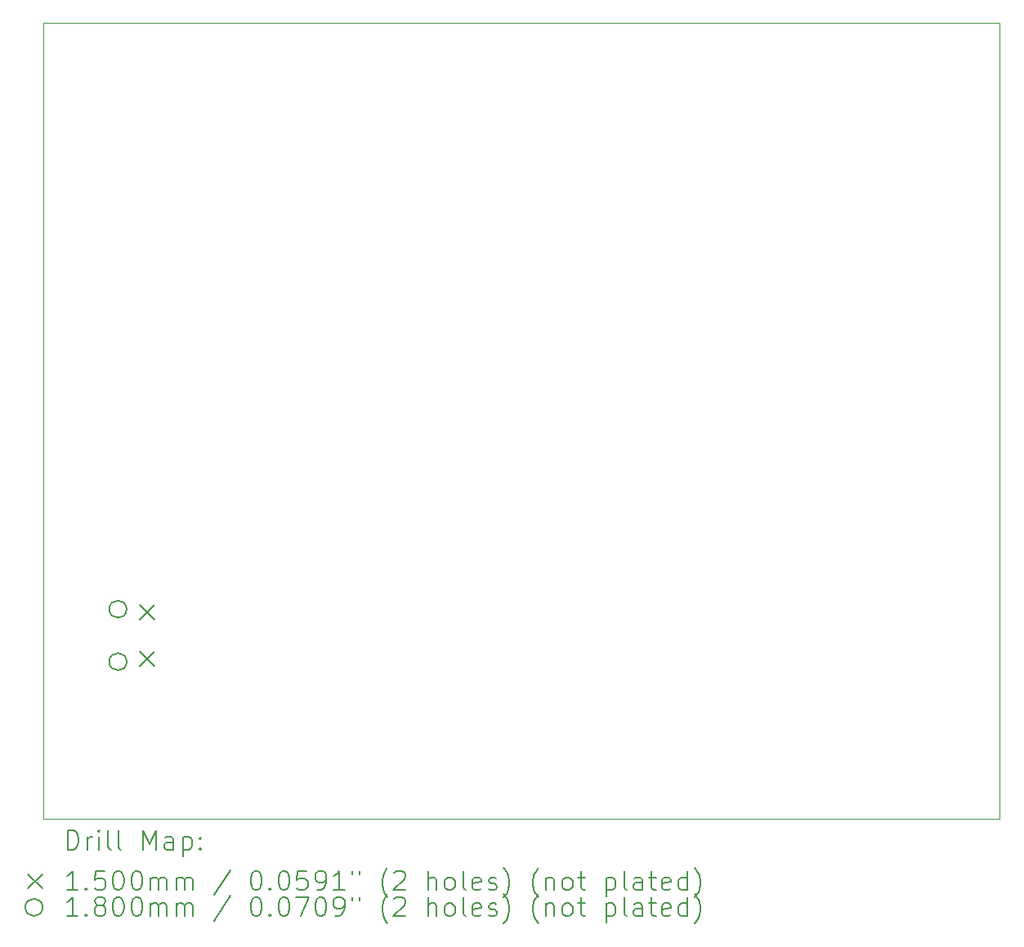
<source format=gbr>
%TF.GenerationSoftware,KiCad,Pcbnew,7.0.10*%
%TF.CreationDate,2024-07-18T14:32:02-06:00*%
%TF.ProjectId,Pressure-Controlled-Power-Outlet-control-PCB,50726573-7375-4726-952d-436f6e74726f,rev?*%
%TF.SameCoordinates,Original*%
%TF.FileFunction,Drillmap*%
%TF.FilePolarity,Positive*%
%FSLAX45Y45*%
G04 Gerber Fmt 4.5, Leading zero omitted, Abs format (unit mm)*
G04 Created by KiCad (PCBNEW 7.0.10) date 2024-07-18 14:32:02*
%MOMM*%
%LPD*%
G01*
G04 APERTURE LIST*
%ADD10C,0.100000*%
%ADD11C,0.200000*%
%ADD12C,0.150000*%
%ADD13C,0.180000*%
G04 APERTURE END LIST*
D10*
X8636000Y-6604000D02*
X18542000Y-6604000D01*
X18542000Y-14859000D01*
X8636000Y-14859000D01*
X8636000Y-6604000D01*
D11*
D12*
X9639000Y-12636500D02*
X9789000Y-12786500D01*
X9789000Y-12636500D02*
X9639000Y-12786500D01*
X9639000Y-13121500D02*
X9789000Y-13271500D01*
X9789000Y-13121500D02*
X9639000Y-13271500D01*
D13*
X9501000Y-12681500D02*
G75*
G03*
X9321000Y-12681500I-90000J0D01*
G01*
X9321000Y-12681500D02*
G75*
G03*
X9501000Y-12681500I90000J0D01*
G01*
X9501000Y-13226500D02*
G75*
G03*
X9321000Y-13226500I-90000J0D01*
G01*
X9321000Y-13226500D02*
G75*
G03*
X9501000Y-13226500I90000J0D01*
G01*
D11*
X8891777Y-15175484D02*
X8891777Y-14975484D01*
X8891777Y-14975484D02*
X8939396Y-14975484D01*
X8939396Y-14975484D02*
X8967967Y-14985008D01*
X8967967Y-14985008D02*
X8987015Y-15004055D01*
X8987015Y-15004055D02*
X8996539Y-15023103D01*
X8996539Y-15023103D02*
X9006063Y-15061198D01*
X9006063Y-15061198D02*
X9006063Y-15089769D01*
X9006063Y-15089769D02*
X8996539Y-15127865D01*
X8996539Y-15127865D02*
X8987015Y-15146912D01*
X8987015Y-15146912D02*
X8967967Y-15165960D01*
X8967967Y-15165960D02*
X8939396Y-15175484D01*
X8939396Y-15175484D02*
X8891777Y-15175484D01*
X9091777Y-15175484D02*
X9091777Y-15042150D01*
X9091777Y-15080246D02*
X9101301Y-15061198D01*
X9101301Y-15061198D02*
X9110824Y-15051674D01*
X9110824Y-15051674D02*
X9129872Y-15042150D01*
X9129872Y-15042150D02*
X9148920Y-15042150D01*
X9215586Y-15175484D02*
X9215586Y-15042150D01*
X9215586Y-14975484D02*
X9206063Y-14985008D01*
X9206063Y-14985008D02*
X9215586Y-14994531D01*
X9215586Y-14994531D02*
X9225110Y-14985008D01*
X9225110Y-14985008D02*
X9215586Y-14975484D01*
X9215586Y-14975484D02*
X9215586Y-14994531D01*
X9339396Y-15175484D02*
X9320348Y-15165960D01*
X9320348Y-15165960D02*
X9310824Y-15146912D01*
X9310824Y-15146912D02*
X9310824Y-14975484D01*
X9444158Y-15175484D02*
X9425110Y-15165960D01*
X9425110Y-15165960D02*
X9415586Y-15146912D01*
X9415586Y-15146912D02*
X9415586Y-14975484D01*
X9672729Y-15175484D02*
X9672729Y-14975484D01*
X9672729Y-14975484D02*
X9739396Y-15118341D01*
X9739396Y-15118341D02*
X9806063Y-14975484D01*
X9806063Y-14975484D02*
X9806063Y-15175484D01*
X9987015Y-15175484D02*
X9987015Y-15070722D01*
X9987015Y-15070722D02*
X9977491Y-15051674D01*
X9977491Y-15051674D02*
X9958444Y-15042150D01*
X9958444Y-15042150D02*
X9920348Y-15042150D01*
X9920348Y-15042150D02*
X9901301Y-15051674D01*
X9987015Y-15165960D02*
X9967967Y-15175484D01*
X9967967Y-15175484D02*
X9920348Y-15175484D01*
X9920348Y-15175484D02*
X9901301Y-15165960D01*
X9901301Y-15165960D02*
X9891777Y-15146912D01*
X9891777Y-15146912D02*
X9891777Y-15127865D01*
X9891777Y-15127865D02*
X9901301Y-15108817D01*
X9901301Y-15108817D02*
X9920348Y-15099293D01*
X9920348Y-15099293D02*
X9967967Y-15099293D01*
X9967967Y-15099293D02*
X9987015Y-15089769D01*
X10082253Y-15042150D02*
X10082253Y-15242150D01*
X10082253Y-15051674D02*
X10101301Y-15042150D01*
X10101301Y-15042150D02*
X10139396Y-15042150D01*
X10139396Y-15042150D02*
X10158444Y-15051674D01*
X10158444Y-15051674D02*
X10167967Y-15061198D01*
X10167967Y-15061198D02*
X10177491Y-15080246D01*
X10177491Y-15080246D02*
X10177491Y-15137388D01*
X10177491Y-15137388D02*
X10167967Y-15156436D01*
X10167967Y-15156436D02*
X10158444Y-15165960D01*
X10158444Y-15165960D02*
X10139396Y-15175484D01*
X10139396Y-15175484D02*
X10101301Y-15175484D01*
X10101301Y-15175484D02*
X10082253Y-15165960D01*
X10263205Y-15156436D02*
X10272729Y-15165960D01*
X10272729Y-15165960D02*
X10263205Y-15175484D01*
X10263205Y-15175484D02*
X10253682Y-15165960D01*
X10253682Y-15165960D02*
X10263205Y-15156436D01*
X10263205Y-15156436D02*
X10263205Y-15175484D01*
X10263205Y-15051674D02*
X10272729Y-15061198D01*
X10272729Y-15061198D02*
X10263205Y-15070722D01*
X10263205Y-15070722D02*
X10253682Y-15061198D01*
X10253682Y-15061198D02*
X10263205Y-15051674D01*
X10263205Y-15051674D02*
X10263205Y-15070722D01*
D12*
X8481000Y-15429000D02*
X8631000Y-15579000D01*
X8631000Y-15429000D02*
X8481000Y-15579000D01*
D11*
X8996539Y-15595484D02*
X8882253Y-15595484D01*
X8939396Y-15595484D02*
X8939396Y-15395484D01*
X8939396Y-15395484D02*
X8920348Y-15424055D01*
X8920348Y-15424055D02*
X8901301Y-15443103D01*
X8901301Y-15443103D02*
X8882253Y-15452627D01*
X9082253Y-15576436D02*
X9091777Y-15585960D01*
X9091777Y-15585960D02*
X9082253Y-15595484D01*
X9082253Y-15595484D02*
X9072729Y-15585960D01*
X9072729Y-15585960D02*
X9082253Y-15576436D01*
X9082253Y-15576436D02*
X9082253Y-15595484D01*
X9272729Y-15395484D02*
X9177491Y-15395484D01*
X9177491Y-15395484D02*
X9167967Y-15490722D01*
X9167967Y-15490722D02*
X9177491Y-15481198D01*
X9177491Y-15481198D02*
X9196539Y-15471674D01*
X9196539Y-15471674D02*
X9244158Y-15471674D01*
X9244158Y-15471674D02*
X9263205Y-15481198D01*
X9263205Y-15481198D02*
X9272729Y-15490722D01*
X9272729Y-15490722D02*
X9282253Y-15509769D01*
X9282253Y-15509769D02*
X9282253Y-15557388D01*
X9282253Y-15557388D02*
X9272729Y-15576436D01*
X9272729Y-15576436D02*
X9263205Y-15585960D01*
X9263205Y-15585960D02*
X9244158Y-15595484D01*
X9244158Y-15595484D02*
X9196539Y-15595484D01*
X9196539Y-15595484D02*
X9177491Y-15585960D01*
X9177491Y-15585960D02*
X9167967Y-15576436D01*
X9406063Y-15395484D02*
X9425110Y-15395484D01*
X9425110Y-15395484D02*
X9444158Y-15405008D01*
X9444158Y-15405008D02*
X9453682Y-15414531D01*
X9453682Y-15414531D02*
X9463205Y-15433579D01*
X9463205Y-15433579D02*
X9472729Y-15471674D01*
X9472729Y-15471674D02*
X9472729Y-15519293D01*
X9472729Y-15519293D02*
X9463205Y-15557388D01*
X9463205Y-15557388D02*
X9453682Y-15576436D01*
X9453682Y-15576436D02*
X9444158Y-15585960D01*
X9444158Y-15585960D02*
X9425110Y-15595484D01*
X9425110Y-15595484D02*
X9406063Y-15595484D01*
X9406063Y-15595484D02*
X9387015Y-15585960D01*
X9387015Y-15585960D02*
X9377491Y-15576436D01*
X9377491Y-15576436D02*
X9367967Y-15557388D01*
X9367967Y-15557388D02*
X9358444Y-15519293D01*
X9358444Y-15519293D02*
X9358444Y-15471674D01*
X9358444Y-15471674D02*
X9367967Y-15433579D01*
X9367967Y-15433579D02*
X9377491Y-15414531D01*
X9377491Y-15414531D02*
X9387015Y-15405008D01*
X9387015Y-15405008D02*
X9406063Y-15395484D01*
X9596539Y-15395484D02*
X9615586Y-15395484D01*
X9615586Y-15395484D02*
X9634634Y-15405008D01*
X9634634Y-15405008D02*
X9644158Y-15414531D01*
X9644158Y-15414531D02*
X9653682Y-15433579D01*
X9653682Y-15433579D02*
X9663205Y-15471674D01*
X9663205Y-15471674D02*
X9663205Y-15519293D01*
X9663205Y-15519293D02*
X9653682Y-15557388D01*
X9653682Y-15557388D02*
X9644158Y-15576436D01*
X9644158Y-15576436D02*
X9634634Y-15585960D01*
X9634634Y-15585960D02*
X9615586Y-15595484D01*
X9615586Y-15595484D02*
X9596539Y-15595484D01*
X9596539Y-15595484D02*
X9577491Y-15585960D01*
X9577491Y-15585960D02*
X9567967Y-15576436D01*
X9567967Y-15576436D02*
X9558444Y-15557388D01*
X9558444Y-15557388D02*
X9548920Y-15519293D01*
X9548920Y-15519293D02*
X9548920Y-15471674D01*
X9548920Y-15471674D02*
X9558444Y-15433579D01*
X9558444Y-15433579D02*
X9567967Y-15414531D01*
X9567967Y-15414531D02*
X9577491Y-15405008D01*
X9577491Y-15405008D02*
X9596539Y-15395484D01*
X9748920Y-15595484D02*
X9748920Y-15462150D01*
X9748920Y-15481198D02*
X9758444Y-15471674D01*
X9758444Y-15471674D02*
X9777491Y-15462150D01*
X9777491Y-15462150D02*
X9806063Y-15462150D01*
X9806063Y-15462150D02*
X9825110Y-15471674D01*
X9825110Y-15471674D02*
X9834634Y-15490722D01*
X9834634Y-15490722D02*
X9834634Y-15595484D01*
X9834634Y-15490722D02*
X9844158Y-15471674D01*
X9844158Y-15471674D02*
X9863205Y-15462150D01*
X9863205Y-15462150D02*
X9891777Y-15462150D01*
X9891777Y-15462150D02*
X9910825Y-15471674D01*
X9910825Y-15471674D02*
X9920348Y-15490722D01*
X9920348Y-15490722D02*
X9920348Y-15595484D01*
X10015586Y-15595484D02*
X10015586Y-15462150D01*
X10015586Y-15481198D02*
X10025110Y-15471674D01*
X10025110Y-15471674D02*
X10044158Y-15462150D01*
X10044158Y-15462150D02*
X10072729Y-15462150D01*
X10072729Y-15462150D02*
X10091777Y-15471674D01*
X10091777Y-15471674D02*
X10101301Y-15490722D01*
X10101301Y-15490722D02*
X10101301Y-15595484D01*
X10101301Y-15490722D02*
X10110825Y-15471674D01*
X10110825Y-15471674D02*
X10129872Y-15462150D01*
X10129872Y-15462150D02*
X10158444Y-15462150D01*
X10158444Y-15462150D02*
X10177491Y-15471674D01*
X10177491Y-15471674D02*
X10187015Y-15490722D01*
X10187015Y-15490722D02*
X10187015Y-15595484D01*
X10577491Y-15385960D02*
X10406063Y-15643103D01*
X10834634Y-15395484D02*
X10853682Y-15395484D01*
X10853682Y-15395484D02*
X10872729Y-15405008D01*
X10872729Y-15405008D02*
X10882253Y-15414531D01*
X10882253Y-15414531D02*
X10891777Y-15433579D01*
X10891777Y-15433579D02*
X10901301Y-15471674D01*
X10901301Y-15471674D02*
X10901301Y-15519293D01*
X10901301Y-15519293D02*
X10891777Y-15557388D01*
X10891777Y-15557388D02*
X10882253Y-15576436D01*
X10882253Y-15576436D02*
X10872729Y-15585960D01*
X10872729Y-15585960D02*
X10853682Y-15595484D01*
X10853682Y-15595484D02*
X10834634Y-15595484D01*
X10834634Y-15595484D02*
X10815587Y-15585960D01*
X10815587Y-15585960D02*
X10806063Y-15576436D01*
X10806063Y-15576436D02*
X10796539Y-15557388D01*
X10796539Y-15557388D02*
X10787015Y-15519293D01*
X10787015Y-15519293D02*
X10787015Y-15471674D01*
X10787015Y-15471674D02*
X10796539Y-15433579D01*
X10796539Y-15433579D02*
X10806063Y-15414531D01*
X10806063Y-15414531D02*
X10815587Y-15405008D01*
X10815587Y-15405008D02*
X10834634Y-15395484D01*
X10987015Y-15576436D02*
X10996539Y-15585960D01*
X10996539Y-15585960D02*
X10987015Y-15595484D01*
X10987015Y-15595484D02*
X10977491Y-15585960D01*
X10977491Y-15585960D02*
X10987015Y-15576436D01*
X10987015Y-15576436D02*
X10987015Y-15595484D01*
X11120348Y-15395484D02*
X11139396Y-15395484D01*
X11139396Y-15395484D02*
X11158444Y-15405008D01*
X11158444Y-15405008D02*
X11167968Y-15414531D01*
X11167968Y-15414531D02*
X11177491Y-15433579D01*
X11177491Y-15433579D02*
X11187015Y-15471674D01*
X11187015Y-15471674D02*
X11187015Y-15519293D01*
X11187015Y-15519293D02*
X11177491Y-15557388D01*
X11177491Y-15557388D02*
X11167968Y-15576436D01*
X11167968Y-15576436D02*
X11158444Y-15585960D01*
X11158444Y-15585960D02*
X11139396Y-15595484D01*
X11139396Y-15595484D02*
X11120348Y-15595484D01*
X11120348Y-15595484D02*
X11101301Y-15585960D01*
X11101301Y-15585960D02*
X11091777Y-15576436D01*
X11091777Y-15576436D02*
X11082253Y-15557388D01*
X11082253Y-15557388D02*
X11072729Y-15519293D01*
X11072729Y-15519293D02*
X11072729Y-15471674D01*
X11072729Y-15471674D02*
X11082253Y-15433579D01*
X11082253Y-15433579D02*
X11091777Y-15414531D01*
X11091777Y-15414531D02*
X11101301Y-15405008D01*
X11101301Y-15405008D02*
X11120348Y-15395484D01*
X11367967Y-15395484D02*
X11272729Y-15395484D01*
X11272729Y-15395484D02*
X11263206Y-15490722D01*
X11263206Y-15490722D02*
X11272729Y-15481198D01*
X11272729Y-15481198D02*
X11291777Y-15471674D01*
X11291777Y-15471674D02*
X11339396Y-15471674D01*
X11339396Y-15471674D02*
X11358444Y-15481198D01*
X11358444Y-15481198D02*
X11367967Y-15490722D01*
X11367967Y-15490722D02*
X11377491Y-15509769D01*
X11377491Y-15509769D02*
X11377491Y-15557388D01*
X11377491Y-15557388D02*
X11367967Y-15576436D01*
X11367967Y-15576436D02*
X11358444Y-15585960D01*
X11358444Y-15585960D02*
X11339396Y-15595484D01*
X11339396Y-15595484D02*
X11291777Y-15595484D01*
X11291777Y-15595484D02*
X11272729Y-15585960D01*
X11272729Y-15585960D02*
X11263206Y-15576436D01*
X11472729Y-15595484D02*
X11510825Y-15595484D01*
X11510825Y-15595484D02*
X11529872Y-15585960D01*
X11529872Y-15585960D02*
X11539396Y-15576436D01*
X11539396Y-15576436D02*
X11558444Y-15547865D01*
X11558444Y-15547865D02*
X11567967Y-15509769D01*
X11567967Y-15509769D02*
X11567967Y-15433579D01*
X11567967Y-15433579D02*
X11558444Y-15414531D01*
X11558444Y-15414531D02*
X11548920Y-15405008D01*
X11548920Y-15405008D02*
X11529872Y-15395484D01*
X11529872Y-15395484D02*
X11491777Y-15395484D01*
X11491777Y-15395484D02*
X11472729Y-15405008D01*
X11472729Y-15405008D02*
X11463206Y-15414531D01*
X11463206Y-15414531D02*
X11453682Y-15433579D01*
X11453682Y-15433579D02*
X11453682Y-15481198D01*
X11453682Y-15481198D02*
X11463206Y-15500246D01*
X11463206Y-15500246D02*
X11472729Y-15509769D01*
X11472729Y-15509769D02*
X11491777Y-15519293D01*
X11491777Y-15519293D02*
X11529872Y-15519293D01*
X11529872Y-15519293D02*
X11548920Y-15509769D01*
X11548920Y-15509769D02*
X11558444Y-15500246D01*
X11558444Y-15500246D02*
X11567967Y-15481198D01*
X11758444Y-15595484D02*
X11644158Y-15595484D01*
X11701301Y-15595484D02*
X11701301Y-15395484D01*
X11701301Y-15395484D02*
X11682253Y-15424055D01*
X11682253Y-15424055D02*
X11663206Y-15443103D01*
X11663206Y-15443103D02*
X11644158Y-15452627D01*
X11834634Y-15395484D02*
X11834634Y-15433579D01*
X11910825Y-15395484D02*
X11910825Y-15433579D01*
X12206063Y-15671674D02*
X12196539Y-15662150D01*
X12196539Y-15662150D02*
X12177491Y-15633579D01*
X12177491Y-15633579D02*
X12167968Y-15614531D01*
X12167968Y-15614531D02*
X12158444Y-15585960D01*
X12158444Y-15585960D02*
X12148920Y-15538341D01*
X12148920Y-15538341D02*
X12148920Y-15500246D01*
X12148920Y-15500246D02*
X12158444Y-15452627D01*
X12158444Y-15452627D02*
X12167968Y-15424055D01*
X12167968Y-15424055D02*
X12177491Y-15405008D01*
X12177491Y-15405008D02*
X12196539Y-15376436D01*
X12196539Y-15376436D02*
X12206063Y-15366912D01*
X12272729Y-15414531D02*
X12282253Y-15405008D01*
X12282253Y-15405008D02*
X12301301Y-15395484D01*
X12301301Y-15395484D02*
X12348920Y-15395484D01*
X12348920Y-15395484D02*
X12367968Y-15405008D01*
X12367968Y-15405008D02*
X12377491Y-15414531D01*
X12377491Y-15414531D02*
X12387015Y-15433579D01*
X12387015Y-15433579D02*
X12387015Y-15452627D01*
X12387015Y-15452627D02*
X12377491Y-15481198D01*
X12377491Y-15481198D02*
X12263206Y-15595484D01*
X12263206Y-15595484D02*
X12387015Y-15595484D01*
X12625110Y-15595484D02*
X12625110Y-15395484D01*
X12710825Y-15595484D02*
X12710825Y-15490722D01*
X12710825Y-15490722D02*
X12701301Y-15471674D01*
X12701301Y-15471674D02*
X12682253Y-15462150D01*
X12682253Y-15462150D02*
X12653682Y-15462150D01*
X12653682Y-15462150D02*
X12634634Y-15471674D01*
X12634634Y-15471674D02*
X12625110Y-15481198D01*
X12834634Y-15595484D02*
X12815587Y-15585960D01*
X12815587Y-15585960D02*
X12806063Y-15576436D01*
X12806063Y-15576436D02*
X12796539Y-15557388D01*
X12796539Y-15557388D02*
X12796539Y-15500246D01*
X12796539Y-15500246D02*
X12806063Y-15481198D01*
X12806063Y-15481198D02*
X12815587Y-15471674D01*
X12815587Y-15471674D02*
X12834634Y-15462150D01*
X12834634Y-15462150D02*
X12863206Y-15462150D01*
X12863206Y-15462150D02*
X12882253Y-15471674D01*
X12882253Y-15471674D02*
X12891777Y-15481198D01*
X12891777Y-15481198D02*
X12901301Y-15500246D01*
X12901301Y-15500246D02*
X12901301Y-15557388D01*
X12901301Y-15557388D02*
X12891777Y-15576436D01*
X12891777Y-15576436D02*
X12882253Y-15585960D01*
X12882253Y-15585960D02*
X12863206Y-15595484D01*
X12863206Y-15595484D02*
X12834634Y-15595484D01*
X13015587Y-15595484D02*
X12996539Y-15585960D01*
X12996539Y-15585960D02*
X12987015Y-15566912D01*
X12987015Y-15566912D02*
X12987015Y-15395484D01*
X13167968Y-15585960D02*
X13148920Y-15595484D01*
X13148920Y-15595484D02*
X13110825Y-15595484D01*
X13110825Y-15595484D02*
X13091777Y-15585960D01*
X13091777Y-15585960D02*
X13082253Y-15566912D01*
X13082253Y-15566912D02*
X13082253Y-15490722D01*
X13082253Y-15490722D02*
X13091777Y-15471674D01*
X13091777Y-15471674D02*
X13110825Y-15462150D01*
X13110825Y-15462150D02*
X13148920Y-15462150D01*
X13148920Y-15462150D02*
X13167968Y-15471674D01*
X13167968Y-15471674D02*
X13177491Y-15490722D01*
X13177491Y-15490722D02*
X13177491Y-15509769D01*
X13177491Y-15509769D02*
X13082253Y-15528817D01*
X13253682Y-15585960D02*
X13272730Y-15595484D01*
X13272730Y-15595484D02*
X13310825Y-15595484D01*
X13310825Y-15595484D02*
X13329872Y-15585960D01*
X13329872Y-15585960D02*
X13339396Y-15566912D01*
X13339396Y-15566912D02*
X13339396Y-15557388D01*
X13339396Y-15557388D02*
X13329872Y-15538341D01*
X13329872Y-15538341D02*
X13310825Y-15528817D01*
X13310825Y-15528817D02*
X13282253Y-15528817D01*
X13282253Y-15528817D02*
X13263206Y-15519293D01*
X13263206Y-15519293D02*
X13253682Y-15500246D01*
X13253682Y-15500246D02*
X13253682Y-15490722D01*
X13253682Y-15490722D02*
X13263206Y-15471674D01*
X13263206Y-15471674D02*
X13282253Y-15462150D01*
X13282253Y-15462150D02*
X13310825Y-15462150D01*
X13310825Y-15462150D02*
X13329872Y-15471674D01*
X13406063Y-15671674D02*
X13415587Y-15662150D01*
X13415587Y-15662150D02*
X13434634Y-15633579D01*
X13434634Y-15633579D02*
X13444158Y-15614531D01*
X13444158Y-15614531D02*
X13453682Y-15585960D01*
X13453682Y-15585960D02*
X13463206Y-15538341D01*
X13463206Y-15538341D02*
X13463206Y-15500246D01*
X13463206Y-15500246D02*
X13453682Y-15452627D01*
X13453682Y-15452627D02*
X13444158Y-15424055D01*
X13444158Y-15424055D02*
X13434634Y-15405008D01*
X13434634Y-15405008D02*
X13415587Y-15376436D01*
X13415587Y-15376436D02*
X13406063Y-15366912D01*
X13767968Y-15671674D02*
X13758444Y-15662150D01*
X13758444Y-15662150D02*
X13739396Y-15633579D01*
X13739396Y-15633579D02*
X13729872Y-15614531D01*
X13729872Y-15614531D02*
X13720349Y-15585960D01*
X13720349Y-15585960D02*
X13710825Y-15538341D01*
X13710825Y-15538341D02*
X13710825Y-15500246D01*
X13710825Y-15500246D02*
X13720349Y-15452627D01*
X13720349Y-15452627D02*
X13729872Y-15424055D01*
X13729872Y-15424055D02*
X13739396Y-15405008D01*
X13739396Y-15405008D02*
X13758444Y-15376436D01*
X13758444Y-15376436D02*
X13767968Y-15366912D01*
X13844158Y-15462150D02*
X13844158Y-15595484D01*
X13844158Y-15481198D02*
X13853682Y-15471674D01*
X13853682Y-15471674D02*
X13872730Y-15462150D01*
X13872730Y-15462150D02*
X13901301Y-15462150D01*
X13901301Y-15462150D02*
X13920349Y-15471674D01*
X13920349Y-15471674D02*
X13929872Y-15490722D01*
X13929872Y-15490722D02*
X13929872Y-15595484D01*
X14053682Y-15595484D02*
X14034634Y-15585960D01*
X14034634Y-15585960D02*
X14025111Y-15576436D01*
X14025111Y-15576436D02*
X14015587Y-15557388D01*
X14015587Y-15557388D02*
X14015587Y-15500246D01*
X14015587Y-15500246D02*
X14025111Y-15481198D01*
X14025111Y-15481198D02*
X14034634Y-15471674D01*
X14034634Y-15471674D02*
X14053682Y-15462150D01*
X14053682Y-15462150D02*
X14082253Y-15462150D01*
X14082253Y-15462150D02*
X14101301Y-15471674D01*
X14101301Y-15471674D02*
X14110825Y-15481198D01*
X14110825Y-15481198D02*
X14120349Y-15500246D01*
X14120349Y-15500246D02*
X14120349Y-15557388D01*
X14120349Y-15557388D02*
X14110825Y-15576436D01*
X14110825Y-15576436D02*
X14101301Y-15585960D01*
X14101301Y-15585960D02*
X14082253Y-15595484D01*
X14082253Y-15595484D02*
X14053682Y-15595484D01*
X14177492Y-15462150D02*
X14253682Y-15462150D01*
X14206063Y-15395484D02*
X14206063Y-15566912D01*
X14206063Y-15566912D02*
X14215587Y-15585960D01*
X14215587Y-15585960D02*
X14234634Y-15595484D01*
X14234634Y-15595484D02*
X14253682Y-15595484D01*
X14472730Y-15462150D02*
X14472730Y-15662150D01*
X14472730Y-15471674D02*
X14491777Y-15462150D01*
X14491777Y-15462150D02*
X14529873Y-15462150D01*
X14529873Y-15462150D02*
X14548920Y-15471674D01*
X14548920Y-15471674D02*
X14558444Y-15481198D01*
X14558444Y-15481198D02*
X14567968Y-15500246D01*
X14567968Y-15500246D02*
X14567968Y-15557388D01*
X14567968Y-15557388D02*
X14558444Y-15576436D01*
X14558444Y-15576436D02*
X14548920Y-15585960D01*
X14548920Y-15585960D02*
X14529873Y-15595484D01*
X14529873Y-15595484D02*
X14491777Y-15595484D01*
X14491777Y-15595484D02*
X14472730Y-15585960D01*
X14682253Y-15595484D02*
X14663206Y-15585960D01*
X14663206Y-15585960D02*
X14653682Y-15566912D01*
X14653682Y-15566912D02*
X14653682Y-15395484D01*
X14844158Y-15595484D02*
X14844158Y-15490722D01*
X14844158Y-15490722D02*
X14834634Y-15471674D01*
X14834634Y-15471674D02*
X14815587Y-15462150D01*
X14815587Y-15462150D02*
X14777492Y-15462150D01*
X14777492Y-15462150D02*
X14758444Y-15471674D01*
X14844158Y-15585960D02*
X14825111Y-15595484D01*
X14825111Y-15595484D02*
X14777492Y-15595484D01*
X14777492Y-15595484D02*
X14758444Y-15585960D01*
X14758444Y-15585960D02*
X14748920Y-15566912D01*
X14748920Y-15566912D02*
X14748920Y-15547865D01*
X14748920Y-15547865D02*
X14758444Y-15528817D01*
X14758444Y-15528817D02*
X14777492Y-15519293D01*
X14777492Y-15519293D02*
X14825111Y-15519293D01*
X14825111Y-15519293D02*
X14844158Y-15509769D01*
X14910825Y-15462150D02*
X14987015Y-15462150D01*
X14939396Y-15395484D02*
X14939396Y-15566912D01*
X14939396Y-15566912D02*
X14948920Y-15585960D01*
X14948920Y-15585960D02*
X14967968Y-15595484D01*
X14967968Y-15595484D02*
X14987015Y-15595484D01*
X15129873Y-15585960D02*
X15110825Y-15595484D01*
X15110825Y-15595484D02*
X15072730Y-15595484D01*
X15072730Y-15595484D02*
X15053682Y-15585960D01*
X15053682Y-15585960D02*
X15044158Y-15566912D01*
X15044158Y-15566912D02*
X15044158Y-15490722D01*
X15044158Y-15490722D02*
X15053682Y-15471674D01*
X15053682Y-15471674D02*
X15072730Y-15462150D01*
X15072730Y-15462150D02*
X15110825Y-15462150D01*
X15110825Y-15462150D02*
X15129873Y-15471674D01*
X15129873Y-15471674D02*
X15139396Y-15490722D01*
X15139396Y-15490722D02*
X15139396Y-15509769D01*
X15139396Y-15509769D02*
X15044158Y-15528817D01*
X15310825Y-15595484D02*
X15310825Y-15395484D01*
X15310825Y-15585960D02*
X15291777Y-15595484D01*
X15291777Y-15595484D02*
X15253682Y-15595484D01*
X15253682Y-15595484D02*
X15234634Y-15585960D01*
X15234634Y-15585960D02*
X15225111Y-15576436D01*
X15225111Y-15576436D02*
X15215587Y-15557388D01*
X15215587Y-15557388D02*
X15215587Y-15500246D01*
X15215587Y-15500246D02*
X15225111Y-15481198D01*
X15225111Y-15481198D02*
X15234634Y-15471674D01*
X15234634Y-15471674D02*
X15253682Y-15462150D01*
X15253682Y-15462150D02*
X15291777Y-15462150D01*
X15291777Y-15462150D02*
X15310825Y-15471674D01*
X15387015Y-15671674D02*
X15396539Y-15662150D01*
X15396539Y-15662150D02*
X15415587Y-15633579D01*
X15415587Y-15633579D02*
X15425111Y-15614531D01*
X15425111Y-15614531D02*
X15434634Y-15585960D01*
X15434634Y-15585960D02*
X15444158Y-15538341D01*
X15444158Y-15538341D02*
X15444158Y-15500246D01*
X15444158Y-15500246D02*
X15434634Y-15452627D01*
X15434634Y-15452627D02*
X15425111Y-15424055D01*
X15425111Y-15424055D02*
X15415587Y-15405008D01*
X15415587Y-15405008D02*
X15396539Y-15376436D01*
X15396539Y-15376436D02*
X15387015Y-15366912D01*
D13*
X8631000Y-15774000D02*
G75*
G03*
X8451000Y-15774000I-90000J0D01*
G01*
X8451000Y-15774000D02*
G75*
G03*
X8631000Y-15774000I90000J0D01*
G01*
D11*
X8996539Y-15865484D02*
X8882253Y-15865484D01*
X8939396Y-15865484D02*
X8939396Y-15665484D01*
X8939396Y-15665484D02*
X8920348Y-15694055D01*
X8920348Y-15694055D02*
X8901301Y-15713103D01*
X8901301Y-15713103D02*
X8882253Y-15722627D01*
X9082253Y-15846436D02*
X9091777Y-15855960D01*
X9091777Y-15855960D02*
X9082253Y-15865484D01*
X9082253Y-15865484D02*
X9072729Y-15855960D01*
X9072729Y-15855960D02*
X9082253Y-15846436D01*
X9082253Y-15846436D02*
X9082253Y-15865484D01*
X9206063Y-15751198D02*
X9187015Y-15741674D01*
X9187015Y-15741674D02*
X9177491Y-15732150D01*
X9177491Y-15732150D02*
X9167967Y-15713103D01*
X9167967Y-15713103D02*
X9167967Y-15703579D01*
X9167967Y-15703579D02*
X9177491Y-15684531D01*
X9177491Y-15684531D02*
X9187015Y-15675008D01*
X9187015Y-15675008D02*
X9206063Y-15665484D01*
X9206063Y-15665484D02*
X9244158Y-15665484D01*
X9244158Y-15665484D02*
X9263205Y-15675008D01*
X9263205Y-15675008D02*
X9272729Y-15684531D01*
X9272729Y-15684531D02*
X9282253Y-15703579D01*
X9282253Y-15703579D02*
X9282253Y-15713103D01*
X9282253Y-15713103D02*
X9272729Y-15732150D01*
X9272729Y-15732150D02*
X9263205Y-15741674D01*
X9263205Y-15741674D02*
X9244158Y-15751198D01*
X9244158Y-15751198D02*
X9206063Y-15751198D01*
X9206063Y-15751198D02*
X9187015Y-15760722D01*
X9187015Y-15760722D02*
X9177491Y-15770246D01*
X9177491Y-15770246D02*
X9167967Y-15789293D01*
X9167967Y-15789293D02*
X9167967Y-15827388D01*
X9167967Y-15827388D02*
X9177491Y-15846436D01*
X9177491Y-15846436D02*
X9187015Y-15855960D01*
X9187015Y-15855960D02*
X9206063Y-15865484D01*
X9206063Y-15865484D02*
X9244158Y-15865484D01*
X9244158Y-15865484D02*
X9263205Y-15855960D01*
X9263205Y-15855960D02*
X9272729Y-15846436D01*
X9272729Y-15846436D02*
X9282253Y-15827388D01*
X9282253Y-15827388D02*
X9282253Y-15789293D01*
X9282253Y-15789293D02*
X9272729Y-15770246D01*
X9272729Y-15770246D02*
X9263205Y-15760722D01*
X9263205Y-15760722D02*
X9244158Y-15751198D01*
X9406063Y-15665484D02*
X9425110Y-15665484D01*
X9425110Y-15665484D02*
X9444158Y-15675008D01*
X9444158Y-15675008D02*
X9453682Y-15684531D01*
X9453682Y-15684531D02*
X9463205Y-15703579D01*
X9463205Y-15703579D02*
X9472729Y-15741674D01*
X9472729Y-15741674D02*
X9472729Y-15789293D01*
X9472729Y-15789293D02*
X9463205Y-15827388D01*
X9463205Y-15827388D02*
X9453682Y-15846436D01*
X9453682Y-15846436D02*
X9444158Y-15855960D01*
X9444158Y-15855960D02*
X9425110Y-15865484D01*
X9425110Y-15865484D02*
X9406063Y-15865484D01*
X9406063Y-15865484D02*
X9387015Y-15855960D01*
X9387015Y-15855960D02*
X9377491Y-15846436D01*
X9377491Y-15846436D02*
X9367967Y-15827388D01*
X9367967Y-15827388D02*
X9358444Y-15789293D01*
X9358444Y-15789293D02*
X9358444Y-15741674D01*
X9358444Y-15741674D02*
X9367967Y-15703579D01*
X9367967Y-15703579D02*
X9377491Y-15684531D01*
X9377491Y-15684531D02*
X9387015Y-15675008D01*
X9387015Y-15675008D02*
X9406063Y-15665484D01*
X9596539Y-15665484D02*
X9615586Y-15665484D01*
X9615586Y-15665484D02*
X9634634Y-15675008D01*
X9634634Y-15675008D02*
X9644158Y-15684531D01*
X9644158Y-15684531D02*
X9653682Y-15703579D01*
X9653682Y-15703579D02*
X9663205Y-15741674D01*
X9663205Y-15741674D02*
X9663205Y-15789293D01*
X9663205Y-15789293D02*
X9653682Y-15827388D01*
X9653682Y-15827388D02*
X9644158Y-15846436D01*
X9644158Y-15846436D02*
X9634634Y-15855960D01*
X9634634Y-15855960D02*
X9615586Y-15865484D01*
X9615586Y-15865484D02*
X9596539Y-15865484D01*
X9596539Y-15865484D02*
X9577491Y-15855960D01*
X9577491Y-15855960D02*
X9567967Y-15846436D01*
X9567967Y-15846436D02*
X9558444Y-15827388D01*
X9558444Y-15827388D02*
X9548920Y-15789293D01*
X9548920Y-15789293D02*
X9548920Y-15741674D01*
X9548920Y-15741674D02*
X9558444Y-15703579D01*
X9558444Y-15703579D02*
X9567967Y-15684531D01*
X9567967Y-15684531D02*
X9577491Y-15675008D01*
X9577491Y-15675008D02*
X9596539Y-15665484D01*
X9748920Y-15865484D02*
X9748920Y-15732150D01*
X9748920Y-15751198D02*
X9758444Y-15741674D01*
X9758444Y-15741674D02*
X9777491Y-15732150D01*
X9777491Y-15732150D02*
X9806063Y-15732150D01*
X9806063Y-15732150D02*
X9825110Y-15741674D01*
X9825110Y-15741674D02*
X9834634Y-15760722D01*
X9834634Y-15760722D02*
X9834634Y-15865484D01*
X9834634Y-15760722D02*
X9844158Y-15741674D01*
X9844158Y-15741674D02*
X9863205Y-15732150D01*
X9863205Y-15732150D02*
X9891777Y-15732150D01*
X9891777Y-15732150D02*
X9910825Y-15741674D01*
X9910825Y-15741674D02*
X9920348Y-15760722D01*
X9920348Y-15760722D02*
X9920348Y-15865484D01*
X10015586Y-15865484D02*
X10015586Y-15732150D01*
X10015586Y-15751198D02*
X10025110Y-15741674D01*
X10025110Y-15741674D02*
X10044158Y-15732150D01*
X10044158Y-15732150D02*
X10072729Y-15732150D01*
X10072729Y-15732150D02*
X10091777Y-15741674D01*
X10091777Y-15741674D02*
X10101301Y-15760722D01*
X10101301Y-15760722D02*
X10101301Y-15865484D01*
X10101301Y-15760722D02*
X10110825Y-15741674D01*
X10110825Y-15741674D02*
X10129872Y-15732150D01*
X10129872Y-15732150D02*
X10158444Y-15732150D01*
X10158444Y-15732150D02*
X10177491Y-15741674D01*
X10177491Y-15741674D02*
X10187015Y-15760722D01*
X10187015Y-15760722D02*
X10187015Y-15865484D01*
X10577491Y-15655960D02*
X10406063Y-15913103D01*
X10834634Y-15665484D02*
X10853682Y-15665484D01*
X10853682Y-15665484D02*
X10872729Y-15675008D01*
X10872729Y-15675008D02*
X10882253Y-15684531D01*
X10882253Y-15684531D02*
X10891777Y-15703579D01*
X10891777Y-15703579D02*
X10901301Y-15741674D01*
X10901301Y-15741674D02*
X10901301Y-15789293D01*
X10901301Y-15789293D02*
X10891777Y-15827388D01*
X10891777Y-15827388D02*
X10882253Y-15846436D01*
X10882253Y-15846436D02*
X10872729Y-15855960D01*
X10872729Y-15855960D02*
X10853682Y-15865484D01*
X10853682Y-15865484D02*
X10834634Y-15865484D01*
X10834634Y-15865484D02*
X10815587Y-15855960D01*
X10815587Y-15855960D02*
X10806063Y-15846436D01*
X10806063Y-15846436D02*
X10796539Y-15827388D01*
X10796539Y-15827388D02*
X10787015Y-15789293D01*
X10787015Y-15789293D02*
X10787015Y-15741674D01*
X10787015Y-15741674D02*
X10796539Y-15703579D01*
X10796539Y-15703579D02*
X10806063Y-15684531D01*
X10806063Y-15684531D02*
X10815587Y-15675008D01*
X10815587Y-15675008D02*
X10834634Y-15665484D01*
X10987015Y-15846436D02*
X10996539Y-15855960D01*
X10996539Y-15855960D02*
X10987015Y-15865484D01*
X10987015Y-15865484D02*
X10977491Y-15855960D01*
X10977491Y-15855960D02*
X10987015Y-15846436D01*
X10987015Y-15846436D02*
X10987015Y-15865484D01*
X11120348Y-15665484D02*
X11139396Y-15665484D01*
X11139396Y-15665484D02*
X11158444Y-15675008D01*
X11158444Y-15675008D02*
X11167968Y-15684531D01*
X11167968Y-15684531D02*
X11177491Y-15703579D01*
X11177491Y-15703579D02*
X11187015Y-15741674D01*
X11187015Y-15741674D02*
X11187015Y-15789293D01*
X11187015Y-15789293D02*
X11177491Y-15827388D01*
X11177491Y-15827388D02*
X11167968Y-15846436D01*
X11167968Y-15846436D02*
X11158444Y-15855960D01*
X11158444Y-15855960D02*
X11139396Y-15865484D01*
X11139396Y-15865484D02*
X11120348Y-15865484D01*
X11120348Y-15865484D02*
X11101301Y-15855960D01*
X11101301Y-15855960D02*
X11091777Y-15846436D01*
X11091777Y-15846436D02*
X11082253Y-15827388D01*
X11082253Y-15827388D02*
X11072729Y-15789293D01*
X11072729Y-15789293D02*
X11072729Y-15741674D01*
X11072729Y-15741674D02*
X11082253Y-15703579D01*
X11082253Y-15703579D02*
X11091777Y-15684531D01*
X11091777Y-15684531D02*
X11101301Y-15675008D01*
X11101301Y-15675008D02*
X11120348Y-15665484D01*
X11253682Y-15665484D02*
X11387015Y-15665484D01*
X11387015Y-15665484D02*
X11301301Y-15865484D01*
X11501301Y-15665484D02*
X11520348Y-15665484D01*
X11520348Y-15665484D02*
X11539396Y-15675008D01*
X11539396Y-15675008D02*
X11548920Y-15684531D01*
X11548920Y-15684531D02*
X11558444Y-15703579D01*
X11558444Y-15703579D02*
X11567967Y-15741674D01*
X11567967Y-15741674D02*
X11567967Y-15789293D01*
X11567967Y-15789293D02*
X11558444Y-15827388D01*
X11558444Y-15827388D02*
X11548920Y-15846436D01*
X11548920Y-15846436D02*
X11539396Y-15855960D01*
X11539396Y-15855960D02*
X11520348Y-15865484D01*
X11520348Y-15865484D02*
X11501301Y-15865484D01*
X11501301Y-15865484D02*
X11482253Y-15855960D01*
X11482253Y-15855960D02*
X11472729Y-15846436D01*
X11472729Y-15846436D02*
X11463206Y-15827388D01*
X11463206Y-15827388D02*
X11453682Y-15789293D01*
X11453682Y-15789293D02*
X11453682Y-15741674D01*
X11453682Y-15741674D02*
X11463206Y-15703579D01*
X11463206Y-15703579D02*
X11472729Y-15684531D01*
X11472729Y-15684531D02*
X11482253Y-15675008D01*
X11482253Y-15675008D02*
X11501301Y-15665484D01*
X11663206Y-15865484D02*
X11701301Y-15865484D01*
X11701301Y-15865484D02*
X11720348Y-15855960D01*
X11720348Y-15855960D02*
X11729872Y-15846436D01*
X11729872Y-15846436D02*
X11748920Y-15817865D01*
X11748920Y-15817865D02*
X11758444Y-15779769D01*
X11758444Y-15779769D02*
X11758444Y-15703579D01*
X11758444Y-15703579D02*
X11748920Y-15684531D01*
X11748920Y-15684531D02*
X11739396Y-15675008D01*
X11739396Y-15675008D02*
X11720348Y-15665484D01*
X11720348Y-15665484D02*
X11682253Y-15665484D01*
X11682253Y-15665484D02*
X11663206Y-15675008D01*
X11663206Y-15675008D02*
X11653682Y-15684531D01*
X11653682Y-15684531D02*
X11644158Y-15703579D01*
X11644158Y-15703579D02*
X11644158Y-15751198D01*
X11644158Y-15751198D02*
X11653682Y-15770246D01*
X11653682Y-15770246D02*
X11663206Y-15779769D01*
X11663206Y-15779769D02*
X11682253Y-15789293D01*
X11682253Y-15789293D02*
X11720348Y-15789293D01*
X11720348Y-15789293D02*
X11739396Y-15779769D01*
X11739396Y-15779769D02*
X11748920Y-15770246D01*
X11748920Y-15770246D02*
X11758444Y-15751198D01*
X11834634Y-15665484D02*
X11834634Y-15703579D01*
X11910825Y-15665484D02*
X11910825Y-15703579D01*
X12206063Y-15941674D02*
X12196539Y-15932150D01*
X12196539Y-15932150D02*
X12177491Y-15903579D01*
X12177491Y-15903579D02*
X12167968Y-15884531D01*
X12167968Y-15884531D02*
X12158444Y-15855960D01*
X12158444Y-15855960D02*
X12148920Y-15808341D01*
X12148920Y-15808341D02*
X12148920Y-15770246D01*
X12148920Y-15770246D02*
X12158444Y-15722627D01*
X12158444Y-15722627D02*
X12167968Y-15694055D01*
X12167968Y-15694055D02*
X12177491Y-15675008D01*
X12177491Y-15675008D02*
X12196539Y-15646436D01*
X12196539Y-15646436D02*
X12206063Y-15636912D01*
X12272729Y-15684531D02*
X12282253Y-15675008D01*
X12282253Y-15675008D02*
X12301301Y-15665484D01*
X12301301Y-15665484D02*
X12348920Y-15665484D01*
X12348920Y-15665484D02*
X12367968Y-15675008D01*
X12367968Y-15675008D02*
X12377491Y-15684531D01*
X12377491Y-15684531D02*
X12387015Y-15703579D01*
X12387015Y-15703579D02*
X12387015Y-15722627D01*
X12387015Y-15722627D02*
X12377491Y-15751198D01*
X12377491Y-15751198D02*
X12263206Y-15865484D01*
X12263206Y-15865484D02*
X12387015Y-15865484D01*
X12625110Y-15865484D02*
X12625110Y-15665484D01*
X12710825Y-15865484D02*
X12710825Y-15760722D01*
X12710825Y-15760722D02*
X12701301Y-15741674D01*
X12701301Y-15741674D02*
X12682253Y-15732150D01*
X12682253Y-15732150D02*
X12653682Y-15732150D01*
X12653682Y-15732150D02*
X12634634Y-15741674D01*
X12634634Y-15741674D02*
X12625110Y-15751198D01*
X12834634Y-15865484D02*
X12815587Y-15855960D01*
X12815587Y-15855960D02*
X12806063Y-15846436D01*
X12806063Y-15846436D02*
X12796539Y-15827388D01*
X12796539Y-15827388D02*
X12796539Y-15770246D01*
X12796539Y-15770246D02*
X12806063Y-15751198D01*
X12806063Y-15751198D02*
X12815587Y-15741674D01*
X12815587Y-15741674D02*
X12834634Y-15732150D01*
X12834634Y-15732150D02*
X12863206Y-15732150D01*
X12863206Y-15732150D02*
X12882253Y-15741674D01*
X12882253Y-15741674D02*
X12891777Y-15751198D01*
X12891777Y-15751198D02*
X12901301Y-15770246D01*
X12901301Y-15770246D02*
X12901301Y-15827388D01*
X12901301Y-15827388D02*
X12891777Y-15846436D01*
X12891777Y-15846436D02*
X12882253Y-15855960D01*
X12882253Y-15855960D02*
X12863206Y-15865484D01*
X12863206Y-15865484D02*
X12834634Y-15865484D01*
X13015587Y-15865484D02*
X12996539Y-15855960D01*
X12996539Y-15855960D02*
X12987015Y-15836912D01*
X12987015Y-15836912D02*
X12987015Y-15665484D01*
X13167968Y-15855960D02*
X13148920Y-15865484D01*
X13148920Y-15865484D02*
X13110825Y-15865484D01*
X13110825Y-15865484D02*
X13091777Y-15855960D01*
X13091777Y-15855960D02*
X13082253Y-15836912D01*
X13082253Y-15836912D02*
X13082253Y-15760722D01*
X13082253Y-15760722D02*
X13091777Y-15741674D01*
X13091777Y-15741674D02*
X13110825Y-15732150D01*
X13110825Y-15732150D02*
X13148920Y-15732150D01*
X13148920Y-15732150D02*
X13167968Y-15741674D01*
X13167968Y-15741674D02*
X13177491Y-15760722D01*
X13177491Y-15760722D02*
X13177491Y-15779769D01*
X13177491Y-15779769D02*
X13082253Y-15798817D01*
X13253682Y-15855960D02*
X13272730Y-15865484D01*
X13272730Y-15865484D02*
X13310825Y-15865484D01*
X13310825Y-15865484D02*
X13329872Y-15855960D01*
X13329872Y-15855960D02*
X13339396Y-15836912D01*
X13339396Y-15836912D02*
X13339396Y-15827388D01*
X13339396Y-15827388D02*
X13329872Y-15808341D01*
X13329872Y-15808341D02*
X13310825Y-15798817D01*
X13310825Y-15798817D02*
X13282253Y-15798817D01*
X13282253Y-15798817D02*
X13263206Y-15789293D01*
X13263206Y-15789293D02*
X13253682Y-15770246D01*
X13253682Y-15770246D02*
X13253682Y-15760722D01*
X13253682Y-15760722D02*
X13263206Y-15741674D01*
X13263206Y-15741674D02*
X13282253Y-15732150D01*
X13282253Y-15732150D02*
X13310825Y-15732150D01*
X13310825Y-15732150D02*
X13329872Y-15741674D01*
X13406063Y-15941674D02*
X13415587Y-15932150D01*
X13415587Y-15932150D02*
X13434634Y-15903579D01*
X13434634Y-15903579D02*
X13444158Y-15884531D01*
X13444158Y-15884531D02*
X13453682Y-15855960D01*
X13453682Y-15855960D02*
X13463206Y-15808341D01*
X13463206Y-15808341D02*
X13463206Y-15770246D01*
X13463206Y-15770246D02*
X13453682Y-15722627D01*
X13453682Y-15722627D02*
X13444158Y-15694055D01*
X13444158Y-15694055D02*
X13434634Y-15675008D01*
X13434634Y-15675008D02*
X13415587Y-15646436D01*
X13415587Y-15646436D02*
X13406063Y-15636912D01*
X13767968Y-15941674D02*
X13758444Y-15932150D01*
X13758444Y-15932150D02*
X13739396Y-15903579D01*
X13739396Y-15903579D02*
X13729872Y-15884531D01*
X13729872Y-15884531D02*
X13720349Y-15855960D01*
X13720349Y-15855960D02*
X13710825Y-15808341D01*
X13710825Y-15808341D02*
X13710825Y-15770246D01*
X13710825Y-15770246D02*
X13720349Y-15722627D01*
X13720349Y-15722627D02*
X13729872Y-15694055D01*
X13729872Y-15694055D02*
X13739396Y-15675008D01*
X13739396Y-15675008D02*
X13758444Y-15646436D01*
X13758444Y-15646436D02*
X13767968Y-15636912D01*
X13844158Y-15732150D02*
X13844158Y-15865484D01*
X13844158Y-15751198D02*
X13853682Y-15741674D01*
X13853682Y-15741674D02*
X13872730Y-15732150D01*
X13872730Y-15732150D02*
X13901301Y-15732150D01*
X13901301Y-15732150D02*
X13920349Y-15741674D01*
X13920349Y-15741674D02*
X13929872Y-15760722D01*
X13929872Y-15760722D02*
X13929872Y-15865484D01*
X14053682Y-15865484D02*
X14034634Y-15855960D01*
X14034634Y-15855960D02*
X14025111Y-15846436D01*
X14025111Y-15846436D02*
X14015587Y-15827388D01*
X14015587Y-15827388D02*
X14015587Y-15770246D01*
X14015587Y-15770246D02*
X14025111Y-15751198D01*
X14025111Y-15751198D02*
X14034634Y-15741674D01*
X14034634Y-15741674D02*
X14053682Y-15732150D01*
X14053682Y-15732150D02*
X14082253Y-15732150D01*
X14082253Y-15732150D02*
X14101301Y-15741674D01*
X14101301Y-15741674D02*
X14110825Y-15751198D01*
X14110825Y-15751198D02*
X14120349Y-15770246D01*
X14120349Y-15770246D02*
X14120349Y-15827388D01*
X14120349Y-15827388D02*
X14110825Y-15846436D01*
X14110825Y-15846436D02*
X14101301Y-15855960D01*
X14101301Y-15855960D02*
X14082253Y-15865484D01*
X14082253Y-15865484D02*
X14053682Y-15865484D01*
X14177492Y-15732150D02*
X14253682Y-15732150D01*
X14206063Y-15665484D02*
X14206063Y-15836912D01*
X14206063Y-15836912D02*
X14215587Y-15855960D01*
X14215587Y-15855960D02*
X14234634Y-15865484D01*
X14234634Y-15865484D02*
X14253682Y-15865484D01*
X14472730Y-15732150D02*
X14472730Y-15932150D01*
X14472730Y-15741674D02*
X14491777Y-15732150D01*
X14491777Y-15732150D02*
X14529873Y-15732150D01*
X14529873Y-15732150D02*
X14548920Y-15741674D01*
X14548920Y-15741674D02*
X14558444Y-15751198D01*
X14558444Y-15751198D02*
X14567968Y-15770246D01*
X14567968Y-15770246D02*
X14567968Y-15827388D01*
X14567968Y-15827388D02*
X14558444Y-15846436D01*
X14558444Y-15846436D02*
X14548920Y-15855960D01*
X14548920Y-15855960D02*
X14529873Y-15865484D01*
X14529873Y-15865484D02*
X14491777Y-15865484D01*
X14491777Y-15865484D02*
X14472730Y-15855960D01*
X14682253Y-15865484D02*
X14663206Y-15855960D01*
X14663206Y-15855960D02*
X14653682Y-15836912D01*
X14653682Y-15836912D02*
X14653682Y-15665484D01*
X14844158Y-15865484D02*
X14844158Y-15760722D01*
X14844158Y-15760722D02*
X14834634Y-15741674D01*
X14834634Y-15741674D02*
X14815587Y-15732150D01*
X14815587Y-15732150D02*
X14777492Y-15732150D01*
X14777492Y-15732150D02*
X14758444Y-15741674D01*
X14844158Y-15855960D02*
X14825111Y-15865484D01*
X14825111Y-15865484D02*
X14777492Y-15865484D01*
X14777492Y-15865484D02*
X14758444Y-15855960D01*
X14758444Y-15855960D02*
X14748920Y-15836912D01*
X14748920Y-15836912D02*
X14748920Y-15817865D01*
X14748920Y-15817865D02*
X14758444Y-15798817D01*
X14758444Y-15798817D02*
X14777492Y-15789293D01*
X14777492Y-15789293D02*
X14825111Y-15789293D01*
X14825111Y-15789293D02*
X14844158Y-15779769D01*
X14910825Y-15732150D02*
X14987015Y-15732150D01*
X14939396Y-15665484D02*
X14939396Y-15836912D01*
X14939396Y-15836912D02*
X14948920Y-15855960D01*
X14948920Y-15855960D02*
X14967968Y-15865484D01*
X14967968Y-15865484D02*
X14987015Y-15865484D01*
X15129873Y-15855960D02*
X15110825Y-15865484D01*
X15110825Y-15865484D02*
X15072730Y-15865484D01*
X15072730Y-15865484D02*
X15053682Y-15855960D01*
X15053682Y-15855960D02*
X15044158Y-15836912D01*
X15044158Y-15836912D02*
X15044158Y-15760722D01*
X15044158Y-15760722D02*
X15053682Y-15741674D01*
X15053682Y-15741674D02*
X15072730Y-15732150D01*
X15072730Y-15732150D02*
X15110825Y-15732150D01*
X15110825Y-15732150D02*
X15129873Y-15741674D01*
X15129873Y-15741674D02*
X15139396Y-15760722D01*
X15139396Y-15760722D02*
X15139396Y-15779769D01*
X15139396Y-15779769D02*
X15044158Y-15798817D01*
X15310825Y-15865484D02*
X15310825Y-15665484D01*
X15310825Y-15855960D02*
X15291777Y-15865484D01*
X15291777Y-15865484D02*
X15253682Y-15865484D01*
X15253682Y-15865484D02*
X15234634Y-15855960D01*
X15234634Y-15855960D02*
X15225111Y-15846436D01*
X15225111Y-15846436D02*
X15215587Y-15827388D01*
X15215587Y-15827388D02*
X15215587Y-15770246D01*
X15215587Y-15770246D02*
X15225111Y-15751198D01*
X15225111Y-15751198D02*
X15234634Y-15741674D01*
X15234634Y-15741674D02*
X15253682Y-15732150D01*
X15253682Y-15732150D02*
X15291777Y-15732150D01*
X15291777Y-15732150D02*
X15310825Y-15741674D01*
X15387015Y-15941674D02*
X15396539Y-15932150D01*
X15396539Y-15932150D02*
X15415587Y-15903579D01*
X15415587Y-15903579D02*
X15425111Y-15884531D01*
X15425111Y-15884531D02*
X15434634Y-15855960D01*
X15434634Y-15855960D02*
X15444158Y-15808341D01*
X15444158Y-15808341D02*
X15444158Y-15770246D01*
X15444158Y-15770246D02*
X15434634Y-15722627D01*
X15434634Y-15722627D02*
X15425111Y-15694055D01*
X15425111Y-15694055D02*
X15415587Y-15675008D01*
X15415587Y-15675008D02*
X15396539Y-15646436D01*
X15396539Y-15646436D02*
X15387015Y-15636912D01*
M02*

</source>
